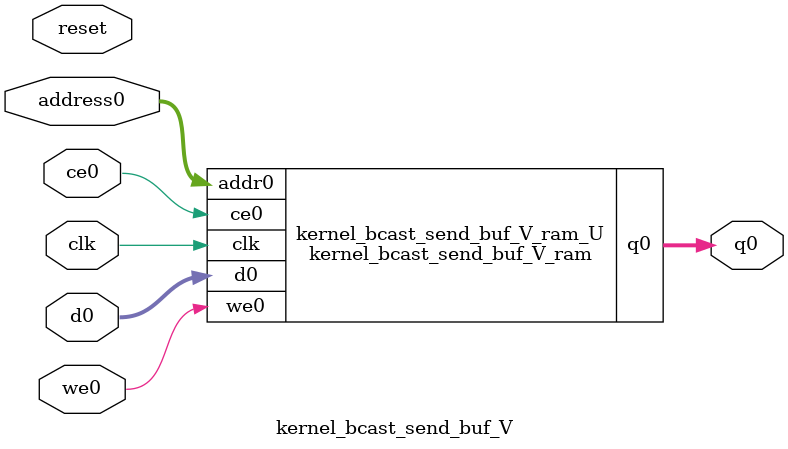
<source format=v>
`timescale 1 ns / 1 ps
module kernel_bcast_send_buf_V_ram (addr0, ce0, d0, we0, q0,  clk);

parameter DWIDTH = 64;
parameter AWIDTH = 7;
parameter MEM_SIZE = 128;

input[AWIDTH-1:0] addr0;
input ce0;
input[DWIDTH-1:0] d0;
input we0;
output reg[DWIDTH-1:0] q0;
input clk;

(* ram_style = "block" *)reg [DWIDTH-1:0] ram[0:MEM_SIZE-1];




always @(posedge clk)  
begin 
    if (ce0) 
    begin
        if (we0) 
        begin 
            ram[addr0] <= d0; 
        end 
        q0 <= ram[addr0];
    end
end


endmodule

`timescale 1 ns / 1 ps
module kernel_bcast_send_buf_V(
    reset,
    clk,
    address0,
    ce0,
    we0,
    d0,
    q0);

parameter DataWidth = 32'd64;
parameter AddressRange = 32'd128;
parameter AddressWidth = 32'd7;
input reset;
input clk;
input[AddressWidth - 1:0] address0;
input ce0;
input we0;
input[DataWidth - 1:0] d0;
output[DataWidth - 1:0] q0;



kernel_bcast_send_buf_V_ram kernel_bcast_send_buf_V_ram_U(
    .clk( clk ),
    .addr0( address0 ),
    .ce0( ce0 ),
    .we0( we0 ),
    .d0( d0 ),
    .q0( q0 ));

endmodule


</source>
